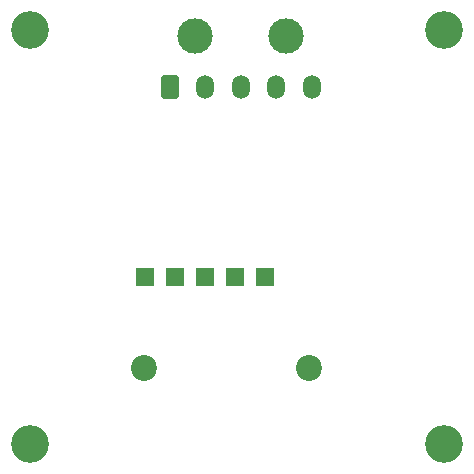
<source format=gbs>
G04 #@! TF.GenerationSoftware,KiCad,Pcbnew,7.0.6*
G04 #@! TF.CreationDate,2023-11-06T13:05:05-08:00*
G04 #@! TF.ProjectId,PFLOW_mounting_board,50464c4f-575f-46d6-9f75-6e74696e675f,rev?*
G04 #@! TF.SameCoordinates,Original*
G04 #@! TF.FileFunction,Soldermask,Bot*
G04 #@! TF.FilePolarity,Negative*
%FSLAX46Y46*%
G04 Gerber Fmt 4.6, Leading zero omitted, Abs format (unit mm)*
G04 Created by KiCad (PCBNEW 7.0.6) date 2023-11-06 13:05:05*
%MOMM*%
%LPD*%
G01*
G04 APERTURE LIST*
G04 Aperture macros list*
%AMRoundRect*
0 Rectangle with rounded corners*
0 $1 Rounding radius*
0 $2 $3 $4 $5 $6 $7 $8 $9 X,Y pos of 4 corners*
0 Add a 4 corners polygon primitive as box body*
4,1,4,$2,$3,$4,$5,$6,$7,$8,$9,$2,$3,0*
0 Add four circle primitives for the rounded corners*
1,1,$1+$1,$2,$3*
1,1,$1+$1,$4,$5*
1,1,$1+$1,$6,$7*
1,1,$1+$1,$8,$9*
0 Add four rect primitives between the rounded corners*
20,1,$1+$1,$2,$3,$4,$5,0*
20,1,$1+$1,$4,$5,$6,$7,0*
20,1,$1+$1,$6,$7,$8,$9,0*
20,1,$1+$1,$8,$9,$2,$3,0*%
G04 Aperture macros list end*
%ADD10R,1.524000X1.524000*%
%ADD11C,2.200000*%
%ADD12C,3.200000*%
%ADD13C,3.000000*%
%ADD14RoundRect,0.250001X-0.499999X-0.759999X0.499999X-0.759999X0.499999X0.759999X-0.499999X0.759999X0*%
%ADD15O,1.500000X2.020000*%
G04 APERTURE END LIST*
D10*
X123440000Y-106700000D03*
X125980000Y-106700000D03*
X128520000Y-106700000D03*
X131060000Y-106700000D03*
X133600000Y-106700000D03*
D11*
X123360000Y-114400000D03*
X137360000Y-114400000D03*
D12*
X113740000Y-120800000D03*
X148740000Y-120800000D03*
X113740000Y-85800000D03*
X148740000Y-85800000D03*
D13*
X127718000Y-86284000D03*
X135418000Y-86284000D03*
D14*
X125568000Y-90604000D03*
D15*
X128568000Y-90604000D03*
X131568000Y-90604000D03*
X134568000Y-90604000D03*
X137568000Y-90604000D03*
M02*

</source>
